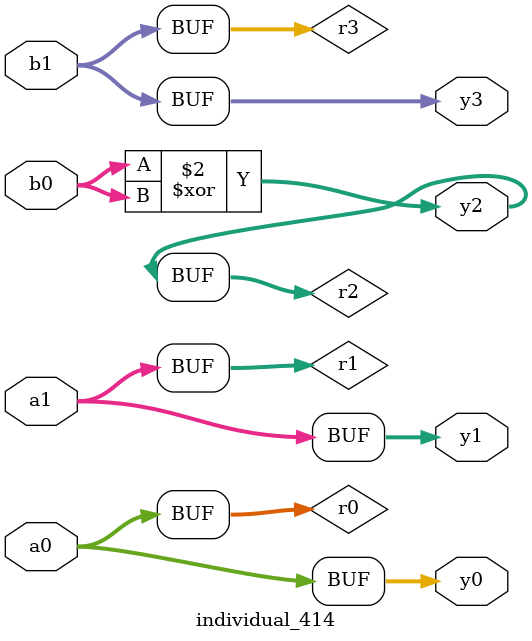
<source format=sv>
module individual_414(input logic [15:0] a1, input logic [15:0] a0, input logic [15:0] b1, input logic [15:0] b0, output logic [15:0] y3, output logic [15:0] y2, output logic [15:0] y1, output logic [15:0] y0);
logic [15:0] r0, r1, r2, r3; 
 always@(*) begin 
	 r0 = a0; r1 = a1; r2 = b0; r3 = b1; 
 	 r2  ^=  b0 ;
 	 y3 = r3; y2 = r2; y1 = r1; y0 = r0; 
end
endmodule
</source>
